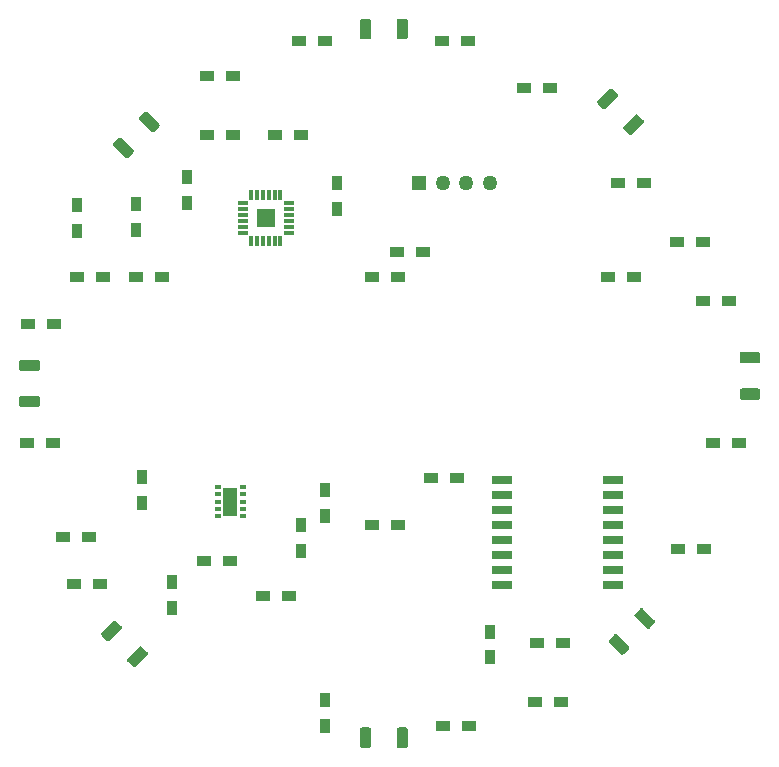
<source format=gbr>
G04 #@! TF.GenerationSoftware,KiCad,Pcbnew,(5.0.2)-1*
G04 #@! TF.CreationDate,2019-02-17T02:34:44-05:00*
G04 #@! TF.ProjectId,bikesenseCap,62696b65-7365-46e7-9365-4361702e6b69,REV B*
G04 #@! TF.SameCoordinates,Original*
G04 #@! TF.FileFunction,Paste,Top*
G04 #@! TF.FilePolarity,Positive*
%FSLAX46Y46*%
G04 Gerber Fmt 4.6, Leading zero omitted, Abs format (unit mm)*
G04 Created by KiCad (PCBNEW (5.0.2)-1) date 2/17/2019 2:34:44 AM*
%MOMM*%
%LPD*%
G01*
G04 APERTURE LIST*
%ADD10R,1.200000X0.900000*%
%ADD11R,1.270000X1.270000*%
%ADD12C,1.270000*%
%ADD13R,0.900000X1.200000*%
%ADD14R,0.600000X0.400000*%
%ADD15R,1.300000X2.400000*%
%ADD16R,1.560000X1.560000*%
%ADD17R,0.300000X0.850000*%
%ADD18R,0.850000X0.300000*%
%ADD19R,1.700000X0.700000*%
%ADD20C,0.100000*%
%ADD21C,0.950000*%
G04 APERTURE END LIST*
D10*
G04 #@! TO.C,D3*
X131200000Y-91000000D03*
X129000000Y-91000000D03*
G04 #@! TD*
G04 #@! TO.C,D4*
X151200000Y-91000000D03*
X149000000Y-91000000D03*
G04 #@! TD*
G04 #@! TO.C,D5*
X171200000Y-91000000D03*
X169000000Y-91000000D03*
G04 #@! TD*
G04 #@! TO.C,D6*
X149000000Y-112000000D03*
X151200000Y-112000000D03*
G04 #@! TD*
D11*
G04 #@! TO.C,J1*
X153000260Y-83000000D03*
D12*
X155001780Y-83000000D03*
X156998220Y-83000000D03*
X158999740Y-83000000D03*
G04 #@! TD*
D10*
G04 #@! TO.C,R1*
X143000000Y-79000000D03*
X140800000Y-79000000D03*
G04 #@! TD*
G04 #@! TO.C,R2*
X135000000Y-79000000D03*
X137200000Y-79000000D03*
G04 #@! TD*
D13*
G04 #@! TO.C,R3*
X146000000Y-83000000D03*
X146000000Y-85200000D03*
G04 #@! TD*
G04 #@! TO.C,R4*
X133350000Y-84750000D03*
X133350000Y-82550000D03*
G04 #@! TD*
G04 #@! TO.C,R5*
X129000000Y-84800000D03*
X129000000Y-87000000D03*
G04 #@! TD*
G04 #@! TO.C,R6*
X145000000Y-109000000D03*
X145000000Y-111200000D03*
G04 #@! TD*
G04 #@! TO.C,R7*
X129540000Y-110150000D03*
X129540000Y-107950000D03*
G04 #@! TD*
G04 #@! TO.C,R8*
X143000000Y-112000000D03*
X143000000Y-114200000D03*
G04 #@! TD*
D10*
G04 #@! TO.C,R9*
X142000000Y-118000000D03*
X139800000Y-118000000D03*
G04 #@! TD*
G04 #@! TO.C,R10*
X134800000Y-115000000D03*
X137000000Y-115000000D03*
G04 #@! TD*
G04 #@! TO.C,R11*
X126200000Y-91000000D03*
X124000000Y-91000000D03*
G04 #@! TD*
G04 #@! TO.C,R12*
X153330000Y-88900000D03*
X151130000Y-88900000D03*
G04 #@! TD*
G04 #@! TO.C,R13*
X177000000Y-88000000D03*
X174800000Y-88000000D03*
G04 #@! TD*
G04 #@! TO.C,R14*
X154000000Y-108000000D03*
X156200000Y-108000000D03*
G04 #@! TD*
G04 #@! TO.C,R19*
X119800000Y-105000000D03*
X122000000Y-105000000D03*
G04 #@! TD*
G04 #@! TO.C,R20*
X122100000Y-95000000D03*
X119900000Y-95000000D03*
G04 #@! TD*
D13*
G04 #@! TO.C,R21*
X124000000Y-84900000D03*
X124000000Y-87100000D03*
G04 #@! TD*
D10*
G04 #@! TO.C,R22*
X126000000Y-117000000D03*
X123800000Y-117000000D03*
G04 #@! TD*
D13*
G04 #@! TO.C,R23*
X159000000Y-123200000D03*
X159000000Y-121000000D03*
G04 #@! TD*
D10*
G04 #@! TO.C,R24*
X137200000Y-74000000D03*
X135000000Y-74000000D03*
G04 #@! TD*
G04 #@! TO.C,R25*
X122800000Y-113000000D03*
X125000000Y-113000000D03*
G04 #@! TD*
G04 #@! TO.C,R26*
X165200000Y-122000000D03*
X163000000Y-122000000D03*
G04 #@! TD*
G04 #@! TO.C,R27*
X157100000Y-71000000D03*
X154900000Y-71000000D03*
G04 #@! TD*
D13*
G04 #@! TO.C,R28*
X145000000Y-126800000D03*
X145000000Y-129000000D03*
G04 #@! TD*
D10*
G04 #@! TO.C,R29*
X145000000Y-71000000D03*
X142800000Y-71000000D03*
G04 #@! TD*
G04 #@! TO.C,R30*
X157200000Y-129000000D03*
X155000000Y-129000000D03*
G04 #@! TD*
G04 #@! TO.C,R31*
X164100000Y-75000000D03*
X161900000Y-75000000D03*
G04 #@! TD*
G04 #@! TO.C,R32*
X165000000Y-127000000D03*
X162800000Y-127000000D03*
G04 #@! TD*
G04 #@! TO.C,R33*
X169800000Y-83000000D03*
X172000000Y-83000000D03*
G04 #@! TD*
G04 #@! TO.C,R34*
X177100000Y-114000000D03*
X174900000Y-114000000D03*
G04 #@! TD*
G04 #@! TO.C,R35*
X179200000Y-93000000D03*
X177000000Y-93000000D03*
G04 #@! TD*
G04 #@! TO.C,R36*
X177900000Y-105000000D03*
X180100000Y-105000000D03*
G04 #@! TD*
D13*
G04 #@! TO.C,TH1*
X132080000Y-116840000D03*
X132080000Y-119040000D03*
G04 #@! TD*
D14*
G04 #@! TO.C,U1*
X135950000Y-110000000D03*
X138050000Y-110000000D03*
X138050000Y-109400000D03*
X138050000Y-108800000D03*
X138050000Y-110600000D03*
X138050000Y-111200000D03*
X135950000Y-110600000D03*
X135950000Y-111200000D03*
X135950000Y-109400000D03*
X135950000Y-108800000D03*
D15*
X137000000Y-110000000D03*
G04 #@! TD*
D16*
G04 #@! TO.C,U2*
X140000000Y-86000000D03*
D17*
X138750000Y-84050000D03*
X139250000Y-84050000D03*
X139750000Y-84050000D03*
X140250000Y-84050000D03*
X140750000Y-84050000D03*
X141250000Y-84050000D03*
D18*
X141950000Y-84750000D03*
X141950000Y-85250000D03*
X141950000Y-85750000D03*
X141950000Y-86250000D03*
X141950000Y-86750000D03*
X141950000Y-87250000D03*
D17*
X141250000Y-87950000D03*
X140750000Y-87950000D03*
X140250000Y-87950000D03*
X139750000Y-87950000D03*
X139250000Y-87950000D03*
X138750000Y-87950000D03*
D18*
X138050000Y-87250000D03*
X138050000Y-86750000D03*
X138050000Y-86250000D03*
X138050000Y-85750000D03*
X138050000Y-85250000D03*
X138050000Y-84750000D03*
G04 #@! TD*
D19*
G04 #@! TO.C,U3*
X160000000Y-113270000D03*
X160000000Y-114540000D03*
X160000000Y-115810000D03*
X160000000Y-117080000D03*
X160000000Y-112000000D03*
X160000000Y-110730000D03*
X160000000Y-109460000D03*
X160000000Y-108190000D03*
X169380000Y-113270000D03*
X169380000Y-112000000D03*
X169380000Y-114540000D03*
X169380000Y-115810000D03*
X169380000Y-117080000D03*
X169380000Y-110730000D03*
X169380000Y-109460000D03*
X169380000Y-108190000D03*
G04 #@! TD*
D20*
G04 #@! TO.C,D11*
G36*
X120703623Y-101075915D02*
X120722067Y-101078651D01*
X120740154Y-101083181D01*
X120757710Y-101089463D01*
X120774565Y-101097435D01*
X120790558Y-101107021D01*
X120805535Y-101118128D01*
X120819350Y-101130650D01*
X120831872Y-101144465D01*
X120842979Y-101159442D01*
X120852565Y-101175435D01*
X120860537Y-101192290D01*
X120866819Y-101209846D01*
X120871349Y-101227933D01*
X120874085Y-101246377D01*
X120875000Y-101265000D01*
X120875000Y-101835000D01*
X120874085Y-101853623D01*
X120871349Y-101872067D01*
X120866819Y-101890154D01*
X120860537Y-101907710D01*
X120852565Y-101924565D01*
X120842979Y-101940558D01*
X120831872Y-101955535D01*
X120819350Y-101969350D01*
X120805535Y-101981872D01*
X120790558Y-101992979D01*
X120774565Y-102002565D01*
X120757710Y-102010537D01*
X120740154Y-102016819D01*
X120722067Y-102021349D01*
X120703623Y-102024085D01*
X120685000Y-102025000D01*
X119315000Y-102025000D01*
X119296377Y-102024085D01*
X119277933Y-102021349D01*
X119259846Y-102016819D01*
X119242290Y-102010537D01*
X119225435Y-102002565D01*
X119209442Y-101992979D01*
X119194465Y-101981872D01*
X119180650Y-101969350D01*
X119168128Y-101955535D01*
X119157021Y-101940558D01*
X119147435Y-101924565D01*
X119139463Y-101907710D01*
X119133181Y-101890154D01*
X119128651Y-101872067D01*
X119125915Y-101853623D01*
X119125000Y-101835000D01*
X119125000Y-101265000D01*
X119125915Y-101246377D01*
X119128651Y-101227933D01*
X119133181Y-101209846D01*
X119139463Y-101192290D01*
X119147435Y-101175435D01*
X119157021Y-101159442D01*
X119168128Y-101144465D01*
X119180650Y-101130650D01*
X119194465Y-101118128D01*
X119209442Y-101107021D01*
X119225435Y-101097435D01*
X119242290Y-101089463D01*
X119259846Y-101083181D01*
X119277933Y-101078651D01*
X119296377Y-101075915D01*
X119315000Y-101075000D01*
X120685000Y-101075000D01*
X120703623Y-101075915D01*
X120703623Y-101075915D01*
G37*
D21*
X120000000Y-101550000D03*
D20*
G36*
X120703623Y-97975915D02*
X120722067Y-97978651D01*
X120740154Y-97983181D01*
X120757710Y-97989463D01*
X120774565Y-97997435D01*
X120790558Y-98007021D01*
X120805535Y-98018128D01*
X120819350Y-98030650D01*
X120831872Y-98044465D01*
X120842979Y-98059442D01*
X120852565Y-98075435D01*
X120860537Y-98092290D01*
X120866819Y-98109846D01*
X120871349Y-98127933D01*
X120874085Y-98146377D01*
X120875000Y-98165000D01*
X120875000Y-98735000D01*
X120874085Y-98753623D01*
X120871349Y-98772067D01*
X120866819Y-98790154D01*
X120860537Y-98807710D01*
X120852565Y-98824565D01*
X120842979Y-98840558D01*
X120831872Y-98855535D01*
X120819350Y-98869350D01*
X120805535Y-98881872D01*
X120790558Y-98892979D01*
X120774565Y-98902565D01*
X120757710Y-98910537D01*
X120740154Y-98916819D01*
X120722067Y-98921349D01*
X120703623Y-98924085D01*
X120685000Y-98925000D01*
X119315000Y-98925000D01*
X119296377Y-98924085D01*
X119277933Y-98921349D01*
X119259846Y-98916819D01*
X119242290Y-98910537D01*
X119225435Y-98902565D01*
X119209442Y-98892979D01*
X119194465Y-98881872D01*
X119180650Y-98869350D01*
X119168128Y-98855535D01*
X119157021Y-98840558D01*
X119147435Y-98824565D01*
X119139463Y-98807710D01*
X119133181Y-98790154D01*
X119128651Y-98772067D01*
X119125915Y-98753623D01*
X119125000Y-98735000D01*
X119125000Y-98165000D01*
X119125915Y-98146377D01*
X119128651Y-98127933D01*
X119133181Y-98109846D01*
X119139463Y-98092290D01*
X119147435Y-98075435D01*
X119157021Y-98059442D01*
X119168128Y-98044465D01*
X119180650Y-98030650D01*
X119194465Y-98018128D01*
X119209442Y-98007021D01*
X119225435Y-97997435D01*
X119242290Y-97989463D01*
X119259846Y-97983181D01*
X119277933Y-97978651D01*
X119296377Y-97975915D01*
X119315000Y-97975000D01*
X120685000Y-97975000D01*
X120703623Y-97975915D01*
X120703623Y-97975915D01*
G37*
D21*
X120000000Y-98450000D03*
G04 #@! TD*
D20*
G04 #@! TO.C,D12*
G36*
X127684764Y-79175637D02*
X127703208Y-79178373D01*
X127721295Y-79182903D01*
X127738851Y-79189185D01*
X127755706Y-79197157D01*
X127771699Y-79206743D01*
X127786676Y-79217850D01*
X127800491Y-79230372D01*
X128769228Y-80199109D01*
X128781750Y-80212924D01*
X128792857Y-80227901D01*
X128802443Y-80243894D01*
X128810415Y-80260749D01*
X128816697Y-80278305D01*
X128821227Y-80296392D01*
X128823963Y-80314836D01*
X128824878Y-80333459D01*
X128823963Y-80352082D01*
X128821227Y-80370526D01*
X128816697Y-80388613D01*
X128810415Y-80406169D01*
X128802443Y-80423024D01*
X128792857Y-80439017D01*
X128781750Y-80453994D01*
X128769228Y-80467809D01*
X128366177Y-80870860D01*
X128352362Y-80883382D01*
X128337385Y-80894489D01*
X128321392Y-80904075D01*
X128304537Y-80912047D01*
X128286981Y-80918329D01*
X128268894Y-80922859D01*
X128250450Y-80925595D01*
X128231827Y-80926510D01*
X128213204Y-80925595D01*
X128194760Y-80922859D01*
X128176673Y-80918329D01*
X128159117Y-80912047D01*
X128142262Y-80904075D01*
X128126269Y-80894489D01*
X128111292Y-80883382D01*
X128097477Y-80870860D01*
X127128740Y-79902123D01*
X127116218Y-79888308D01*
X127105111Y-79873331D01*
X127095525Y-79857338D01*
X127087553Y-79840483D01*
X127081271Y-79822927D01*
X127076741Y-79804840D01*
X127074005Y-79786396D01*
X127073090Y-79767773D01*
X127074005Y-79749150D01*
X127076741Y-79730706D01*
X127081271Y-79712619D01*
X127087553Y-79695063D01*
X127095525Y-79678208D01*
X127105111Y-79662215D01*
X127116218Y-79647238D01*
X127128740Y-79633423D01*
X127531791Y-79230372D01*
X127545606Y-79217850D01*
X127560583Y-79206743D01*
X127576576Y-79197157D01*
X127593431Y-79189185D01*
X127610987Y-79182903D01*
X127629074Y-79178373D01*
X127647518Y-79175637D01*
X127666141Y-79174722D01*
X127684764Y-79175637D01*
X127684764Y-79175637D01*
G37*
D21*
X127948984Y-80050616D03*
D20*
G36*
X129876796Y-76983605D02*
X129895240Y-76986341D01*
X129913327Y-76990871D01*
X129930883Y-76997153D01*
X129947738Y-77005125D01*
X129963731Y-77014711D01*
X129978708Y-77025818D01*
X129992523Y-77038340D01*
X130961260Y-78007077D01*
X130973782Y-78020892D01*
X130984889Y-78035869D01*
X130994475Y-78051862D01*
X131002447Y-78068717D01*
X131008729Y-78086273D01*
X131013259Y-78104360D01*
X131015995Y-78122804D01*
X131016910Y-78141427D01*
X131015995Y-78160050D01*
X131013259Y-78178494D01*
X131008729Y-78196581D01*
X131002447Y-78214137D01*
X130994475Y-78230992D01*
X130984889Y-78246985D01*
X130973782Y-78261962D01*
X130961260Y-78275777D01*
X130558209Y-78678828D01*
X130544394Y-78691350D01*
X130529417Y-78702457D01*
X130513424Y-78712043D01*
X130496569Y-78720015D01*
X130479013Y-78726297D01*
X130460926Y-78730827D01*
X130442482Y-78733563D01*
X130423859Y-78734478D01*
X130405236Y-78733563D01*
X130386792Y-78730827D01*
X130368705Y-78726297D01*
X130351149Y-78720015D01*
X130334294Y-78712043D01*
X130318301Y-78702457D01*
X130303324Y-78691350D01*
X130289509Y-78678828D01*
X129320772Y-77710091D01*
X129308250Y-77696276D01*
X129297143Y-77681299D01*
X129287557Y-77665306D01*
X129279585Y-77648451D01*
X129273303Y-77630895D01*
X129268773Y-77612808D01*
X129266037Y-77594364D01*
X129265122Y-77575741D01*
X129266037Y-77557118D01*
X129268773Y-77538674D01*
X129273303Y-77520587D01*
X129279585Y-77503031D01*
X129287557Y-77486176D01*
X129297143Y-77470183D01*
X129308250Y-77455206D01*
X129320772Y-77441391D01*
X129723823Y-77038340D01*
X129737638Y-77025818D01*
X129752615Y-77014711D01*
X129768608Y-77005125D01*
X129785463Y-76997153D01*
X129803019Y-76990871D01*
X129821106Y-76986341D01*
X129839550Y-76983605D01*
X129858173Y-76982690D01*
X129876796Y-76983605D01*
X129876796Y-76983605D01*
G37*
D21*
X130141016Y-77858584D03*
G04 #@! TD*
D20*
G04 #@! TO.C,D13*
G36*
X127250450Y-120074005D02*
X127268894Y-120076741D01*
X127286981Y-120081271D01*
X127304537Y-120087553D01*
X127321392Y-120095525D01*
X127337385Y-120105111D01*
X127352362Y-120116218D01*
X127366177Y-120128740D01*
X127769228Y-120531791D01*
X127781750Y-120545606D01*
X127792857Y-120560583D01*
X127802443Y-120576576D01*
X127810415Y-120593431D01*
X127816697Y-120610987D01*
X127821227Y-120629074D01*
X127823963Y-120647518D01*
X127824878Y-120666141D01*
X127823963Y-120684764D01*
X127821227Y-120703208D01*
X127816697Y-120721295D01*
X127810415Y-120738851D01*
X127802443Y-120755706D01*
X127792857Y-120771699D01*
X127781750Y-120786676D01*
X127769228Y-120800491D01*
X126800491Y-121769228D01*
X126786676Y-121781750D01*
X126771699Y-121792857D01*
X126755706Y-121802443D01*
X126738851Y-121810415D01*
X126721295Y-121816697D01*
X126703208Y-121821227D01*
X126684764Y-121823963D01*
X126666141Y-121824878D01*
X126647518Y-121823963D01*
X126629074Y-121821227D01*
X126610987Y-121816697D01*
X126593431Y-121810415D01*
X126576576Y-121802443D01*
X126560583Y-121792857D01*
X126545606Y-121781750D01*
X126531791Y-121769228D01*
X126128740Y-121366177D01*
X126116218Y-121352362D01*
X126105111Y-121337385D01*
X126095525Y-121321392D01*
X126087553Y-121304537D01*
X126081271Y-121286981D01*
X126076741Y-121268894D01*
X126074005Y-121250450D01*
X126073090Y-121231827D01*
X126074005Y-121213204D01*
X126076741Y-121194760D01*
X126081271Y-121176673D01*
X126087553Y-121159117D01*
X126095525Y-121142262D01*
X126105111Y-121126269D01*
X126116218Y-121111292D01*
X126128740Y-121097477D01*
X127097477Y-120128740D01*
X127111292Y-120116218D01*
X127126269Y-120105111D01*
X127142262Y-120095525D01*
X127159117Y-120087553D01*
X127176673Y-120081271D01*
X127194760Y-120076741D01*
X127213204Y-120074005D01*
X127231827Y-120073090D01*
X127250450Y-120074005D01*
X127250450Y-120074005D01*
G37*
D21*
X126948984Y-120948984D03*
D20*
G36*
X129442482Y-122266037D02*
X129460926Y-122268773D01*
X129479013Y-122273303D01*
X129496569Y-122279585D01*
X129513424Y-122287557D01*
X129529417Y-122297143D01*
X129544394Y-122308250D01*
X129558209Y-122320772D01*
X129961260Y-122723823D01*
X129973782Y-122737638D01*
X129984889Y-122752615D01*
X129994475Y-122768608D01*
X130002447Y-122785463D01*
X130008729Y-122803019D01*
X130013259Y-122821106D01*
X130015995Y-122839550D01*
X130016910Y-122858173D01*
X130015995Y-122876796D01*
X130013259Y-122895240D01*
X130008729Y-122913327D01*
X130002447Y-122930883D01*
X129994475Y-122947738D01*
X129984889Y-122963731D01*
X129973782Y-122978708D01*
X129961260Y-122992523D01*
X128992523Y-123961260D01*
X128978708Y-123973782D01*
X128963731Y-123984889D01*
X128947738Y-123994475D01*
X128930883Y-124002447D01*
X128913327Y-124008729D01*
X128895240Y-124013259D01*
X128876796Y-124015995D01*
X128858173Y-124016910D01*
X128839550Y-124015995D01*
X128821106Y-124013259D01*
X128803019Y-124008729D01*
X128785463Y-124002447D01*
X128768608Y-123994475D01*
X128752615Y-123984889D01*
X128737638Y-123973782D01*
X128723823Y-123961260D01*
X128320772Y-123558209D01*
X128308250Y-123544394D01*
X128297143Y-123529417D01*
X128287557Y-123513424D01*
X128279585Y-123496569D01*
X128273303Y-123479013D01*
X128268773Y-123460926D01*
X128266037Y-123442482D01*
X128265122Y-123423859D01*
X128266037Y-123405236D01*
X128268773Y-123386792D01*
X128273303Y-123368705D01*
X128279585Y-123351149D01*
X128287557Y-123334294D01*
X128297143Y-123318301D01*
X128308250Y-123303324D01*
X128320772Y-123289509D01*
X129289509Y-122320772D01*
X129303324Y-122308250D01*
X129318301Y-122297143D01*
X129334294Y-122287557D01*
X129351149Y-122279585D01*
X129368705Y-122273303D01*
X129386792Y-122268773D01*
X129405236Y-122266037D01*
X129423859Y-122265122D01*
X129442482Y-122266037D01*
X129442482Y-122266037D01*
G37*
D21*
X129141016Y-123141016D03*
G04 #@! TD*
D20*
G04 #@! TO.C,D14*
G36*
X151853623Y-69125915D02*
X151872067Y-69128651D01*
X151890154Y-69133181D01*
X151907710Y-69139463D01*
X151924565Y-69147435D01*
X151940558Y-69157021D01*
X151955535Y-69168128D01*
X151969350Y-69180650D01*
X151981872Y-69194465D01*
X151992979Y-69209442D01*
X152002565Y-69225435D01*
X152010537Y-69242290D01*
X152016819Y-69259846D01*
X152021349Y-69277933D01*
X152024085Y-69296377D01*
X152025000Y-69315000D01*
X152025000Y-70685000D01*
X152024085Y-70703623D01*
X152021349Y-70722067D01*
X152016819Y-70740154D01*
X152010537Y-70757710D01*
X152002565Y-70774565D01*
X151992979Y-70790558D01*
X151981872Y-70805535D01*
X151969350Y-70819350D01*
X151955535Y-70831872D01*
X151940558Y-70842979D01*
X151924565Y-70852565D01*
X151907710Y-70860537D01*
X151890154Y-70866819D01*
X151872067Y-70871349D01*
X151853623Y-70874085D01*
X151835000Y-70875000D01*
X151265000Y-70875000D01*
X151246377Y-70874085D01*
X151227933Y-70871349D01*
X151209846Y-70866819D01*
X151192290Y-70860537D01*
X151175435Y-70852565D01*
X151159442Y-70842979D01*
X151144465Y-70831872D01*
X151130650Y-70819350D01*
X151118128Y-70805535D01*
X151107021Y-70790558D01*
X151097435Y-70774565D01*
X151089463Y-70757710D01*
X151083181Y-70740154D01*
X151078651Y-70722067D01*
X151075915Y-70703623D01*
X151075000Y-70685000D01*
X151075000Y-69315000D01*
X151075915Y-69296377D01*
X151078651Y-69277933D01*
X151083181Y-69259846D01*
X151089463Y-69242290D01*
X151097435Y-69225435D01*
X151107021Y-69209442D01*
X151118128Y-69194465D01*
X151130650Y-69180650D01*
X151144465Y-69168128D01*
X151159442Y-69157021D01*
X151175435Y-69147435D01*
X151192290Y-69139463D01*
X151209846Y-69133181D01*
X151227933Y-69128651D01*
X151246377Y-69125915D01*
X151265000Y-69125000D01*
X151835000Y-69125000D01*
X151853623Y-69125915D01*
X151853623Y-69125915D01*
G37*
D21*
X151550000Y-70000000D03*
D20*
G36*
X148753623Y-69125915D02*
X148772067Y-69128651D01*
X148790154Y-69133181D01*
X148807710Y-69139463D01*
X148824565Y-69147435D01*
X148840558Y-69157021D01*
X148855535Y-69168128D01*
X148869350Y-69180650D01*
X148881872Y-69194465D01*
X148892979Y-69209442D01*
X148902565Y-69225435D01*
X148910537Y-69242290D01*
X148916819Y-69259846D01*
X148921349Y-69277933D01*
X148924085Y-69296377D01*
X148925000Y-69315000D01*
X148925000Y-70685000D01*
X148924085Y-70703623D01*
X148921349Y-70722067D01*
X148916819Y-70740154D01*
X148910537Y-70757710D01*
X148902565Y-70774565D01*
X148892979Y-70790558D01*
X148881872Y-70805535D01*
X148869350Y-70819350D01*
X148855535Y-70831872D01*
X148840558Y-70842979D01*
X148824565Y-70852565D01*
X148807710Y-70860537D01*
X148790154Y-70866819D01*
X148772067Y-70871349D01*
X148753623Y-70874085D01*
X148735000Y-70875000D01*
X148165000Y-70875000D01*
X148146377Y-70874085D01*
X148127933Y-70871349D01*
X148109846Y-70866819D01*
X148092290Y-70860537D01*
X148075435Y-70852565D01*
X148059442Y-70842979D01*
X148044465Y-70831872D01*
X148030650Y-70819350D01*
X148018128Y-70805535D01*
X148007021Y-70790558D01*
X147997435Y-70774565D01*
X147989463Y-70757710D01*
X147983181Y-70740154D01*
X147978651Y-70722067D01*
X147975915Y-70703623D01*
X147975000Y-70685000D01*
X147975000Y-69315000D01*
X147975915Y-69296377D01*
X147978651Y-69277933D01*
X147983181Y-69259846D01*
X147989463Y-69242290D01*
X147997435Y-69225435D01*
X148007021Y-69209442D01*
X148018128Y-69194465D01*
X148030650Y-69180650D01*
X148044465Y-69168128D01*
X148059442Y-69157021D01*
X148075435Y-69147435D01*
X148092290Y-69139463D01*
X148109846Y-69133181D01*
X148127933Y-69128651D01*
X148146377Y-69125915D01*
X148165000Y-69125000D01*
X148735000Y-69125000D01*
X148753623Y-69125915D01*
X148753623Y-69125915D01*
G37*
D21*
X148450000Y-70000000D03*
G04 #@! TD*
D20*
G04 #@! TO.C,D15*
G36*
X148753623Y-129125915D02*
X148772067Y-129128651D01*
X148790154Y-129133181D01*
X148807710Y-129139463D01*
X148824565Y-129147435D01*
X148840558Y-129157021D01*
X148855535Y-129168128D01*
X148869350Y-129180650D01*
X148881872Y-129194465D01*
X148892979Y-129209442D01*
X148902565Y-129225435D01*
X148910537Y-129242290D01*
X148916819Y-129259846D01*
X148921349Y-129277933D01*
X148924085Y-129296377D01*
X148925000Y-129315000D01*
X148925000Y-130685000D01*
X148924085Y-130703623D01*
X148921349Y-130722067D01*
X148916819Y-130740154D01*
X148910537Y-130757710D01*
X148902565Y-130774565D01*
X148892979Y-130790558D01*
X148881872Y-130805535D01*
X148869350Y-130819350D01*
X148855535Y-130831872D01*
X148840558Y-130842979D01*
X148824565Y-130852565D01*
X148807710Y-130860537D01*
X148790154Y-130866819D01*
X148772067Y-130871349D01*
X148753623Y-130874085D01*
X148735000Y-130875000D01*
X148165000Y-130875000D01*
X148146377Y-130874085D01*
X148127933Y-130871349D01*
X148109846Y-130866819D01*
X148092290Y-130860537D01*
X148075435Y-130852565D01*
X148059442Y-130842979D01*
X148044465Y-130831872D01*
X148030650Y-130819350D01*
X148018128Y-130805535D01*
X148007021Y-130790558D01*
X147997435Y-130774565D01*
X147989463Y-130757710D01*
X147983181Y-130740154D01*
X147978651Y-130722067D01*
X147975915Y-130703623D01*
X147975000Y-130685000D01*
X147975000Y-129315000D01*
X147975915Y-129296377D01*
X147978651Y-129277933D01*
X147983181Y-129259846D01*
X147989463Y-129242290D01*
X147997435Y-129225435D01*
X148007021Y-129209442D01*
X148018128Y-129194465D01*
X148030650Y-129180650D01*
X148044465Y-129168128D01*
X148059442Y-129157021D01*
X148075435Y-129147435D01*
X148092290Y-129139463D01*
X148109846Y-129133181D01*
X148127933Y-129128651D01*
X148146377Y-129125915D01*
X148165000Y-129125000D01*
X148735000Y-129125000D01*
X148753623Y-129125915D01*
X148753623Y-129125915D01*
G37*
D21*
X148450000Y-130000000D03*
D20*
G36*
X151853623Y-129125915D02*
X151872067Y-129128651D01*
X151890154Y-129133181D01*
X151907710Y-129139463D01*
X151924565Y-129147435D01*
X151940558Y-129157021D01*
X151955535Y-129168128D01*
X151969350Y-129180650D01*
X151981872Y-129194465D01*
X151992979Y-129209442D01*
X152002565Y-129225435D01*
X152010537Y-129242290D01*
X152016819Y-129259846D01*
X152021349Y-129277933D01*
X152024085Y-129296377D01*
X152025000Y-129315000D01*
X152025000Y-130685000D01*
X152024085Y-130703623D01*
X152021349Y-130722067D01*
X152016819Y-130740154D01*
X152010537Y-130757710D01*
X152002565Y-130774565D01*
X151992979Y-130790558D01*
X151981872Y-130805535D01*
X151969350Y-130819350D01*
X151955535Y-130831872D01*
X151940558Y-130842979D01*
X151924565Y-130852565D01*
X151907710Y-130860537D01*
X151890154Y-130866819D01*
X151872067Y-130871349D01*
X151853623Y-130874085D01*
X151835000Y-130875000D01*
X151265000Y-130875000D01*
X151246377Y-130874085D01*
X151227933Y-130871349D01*
X151209846Y-130866819D01*
X151192290Y-130860537D01*
X151175435Y-130852565D01*
X151159442Y-130842979D01*
X151144465Y-130831872D01*
X151130650Y-130819350D01*
X151118128Y-130805535D01*
X151107021Y-130790558D01*
X151097435Y-130774565D01*
X151089463Y-130757710D01*
X151083181Y-130740154D01*
X151078651Y-130722067D01*
X151075915Y-130703623D01*
X151075000Y-130685000D01*
X151075000Y-129315000D01*
X151075915Y-129296377D01*
X151078651Y-129277933D01*
X151083181Y-129259846D01*
X151089463Y-129242290D01*
X151097435Y-129225435D01*
X151107021Y-129209442D01*
X151118128Y-129194465D01*
X151130650Y-129180650D01*
X151144465Y-129168128D01*
X151159442Y-129157021D01*
X151175435Y-129147435D01*
X151192290Y-129139463D01*
X151209846Y-129133181D01*
X151227933Y-129128651D01*
X151246377Y-129125915D01*
X151265000Y-129125000D01*
X151835000Y-129125000D01*
X151853623Y-129125915D01*
X151853623Y-129125915D01*
G37*
D21*
X151550000Y-130000000D03*
G04 #@! TD*
D20*
G04 #@! TO.C,D16*
G36*
X169250450Y-75029005D02*
X169268894Y-75031741D01*
X169286981Y-75036271D01*
X169304537Y-75042553D01*
X169321392Y-75050525D01*
X169337385Y-75060111D01*
X169352362Y-75071218D01*
X169366177Y-75083740D01*
X169769228Y-75486791D01*
X169781750Y-75500606D01*
X169792857Y-75515583D01*
X169802443Y-75531576D01*
X169810415Y-75548431D01*
X169816697Y-75565987D01*
X169821227Y-75584074D01*
X169823963Y-75602518D01*
X169824878Y-75621141D01*
X169823963Y-75639764D01*
X169821227Y-75658208D01*
X169816697Y-75676295D01*
X169810415Y-75693851D01*
X169802443Y-75710706D01*
X169792857Y-75726699D01*
X169781750Y-75741676D01*
X169769228Y-75755491D01*
X168800491Y-76724228D01*
X168786676Y-76736750D01*
X168771699Y-76747857D01*
X168755706Y-76757443D01*
X168738851Y-76765415D01*
X168721295Y-76771697D01*
X168703208Y-76776227D01*
X168684764Y-76778963D01*
X168666141Y-76779878D01*
X168647518Y-76778963D01*
X168629074Y-76776227D01*
X168610987Y-76771697D01*
X168593431Y-76765415D01*
X168576576Y-76757443D01*
X168560583Y-76747857D01*
X168545606Y-76736750D01*
X168531791Y-76724228D01*
X168128740Y-76321177D01*
X168116218Y-76307362D01*
X168105111Y-76292385D01*
X168095525Y-76276392D01*
X168087553Y-76259537D01*
X168081271Y-76241981D01*
X168076741Y-76223894D01*
X168074005Y-76205450D01*
X168073090Y-76186827D01*
X168074005Y-76168204D01*
X168076741Y-76149760D01*
X168081271Y-76131673D01*
X168087553Y-76114117D01*
X168095525Y-76097262D01*
X168105111Y-76081269D01*
X168116218Y-76066292D01*
X168128740Y-76052477D01*
X169097477Y-75083740D01*
X169111292Y-75071218D01*
X169126269Y-75060111D01*
X169142262Y-75050525D01*
X169159117Y-75042553D01*
X169176673Y-75036271D01*
X169194760Y-75031741D01*
X169213204Y-75029005D01*
X169231827Y-75028090D01*
X169250450Y-75029005D01*
X169250450Y-75029005D01*
G37*
D21*
X168948984Y-75903984D03*
D20*
G36*
X171442482Y-77221037D02*
X171460926Y-77223773D01*
X171479013Y-77228303D01*
X171496569Y-77234585D01*
X171513424Y-77242557D01*
X171529417Y-77252143D01*
X171544394Y-77263250D01*
X171558209Y-77275772D01*
X171961260Y-77678823D01*
X171973782Y-77692638D01*
X171984889Y-77707615D01*
X171994475Y-77723608D01*
X172002447Y-77740463D01*
X172008729Y-77758019D01*
X172013259Y-77776106D01*
X172015995Y-77794550D01*
X172016910Y-77813173D01*
X172015995Y-77831796D01*
X172013259Y-77850240D01*
X172008729Y-77868327D01*
X172002447Y-77885883D01*
X171994475Y-77902738D01*
X171984889Y-77918731D01*
X171973782Y-77933708D01*
X171961260Y-77947523D01*
X170992523Y-78916260D01*
X170978708Y-78928782D01*
X170963731Y-78939889D01*
X170947738Y-78949475D01*
X170930883Y-78957447D01*
X170913327Y-78963729D01*
X170895240Y-78968259D01*
X170876796Y-78970995D01*
X170858173Y-78971910D01*
X170839550Y-78970995D01*
X170821106Y-78968259D01*
X170803019Y-78963729D01*
X170785463Y-78957447D01*
X170768608Y-78949475D01*
X170752615Y-78939889D01*
X170737638Y-78928782D01*
X170723823Y-78916260D01*
X170320772Y-78513209D01*
X170308250Y-78499394D01*
X170297143Y-78484417D01*
X170287557Y-78468424D01*
X170279585Y-78451569D01*
X170273303Y-78434013D01*
X170268773Y-78415926D01*
X170266037Y-78397482D01*
X170265122Y-78378859D01*
X170266037Y-78360236D01*
X170268773Y-78341792D01*
X170273303Y-78323705D01*
X170279585Y-78306149D01*
X170287557Y-78289294D01*
X170297143Y-78273301D01*
X170308250Y-78258324D01*
X170320772Y-78244509D01*
X171289509Y-77275772D01*
X171303324Y-77263250D01*
X171318301Y-77252143D01*
X171334294Y-77242557D01*
X171351149Y-77234585D01*
X171368705Y-77228303D01*
X171386792Y-77223773D01*
X171405236Y-77221037D01*
X171423859Y-77220122D01*
X171442482Y-77221037D01*
X171442482Y-77221037D01*
G37*
D21*
X171141016Y-78096016D03*
G04 #@! TD*
D20*
G04 #@! TO.C,D17*
G36*
X171831796Y-119029005D02*
X171850240Y-119031741D01*
X171868327Y-119036271D01*
X171885883Y-119042553D01*
X171902738Y-119050525D01*
X171918731Y-119060111D01*
X171933708Y-119071218D01*
X171947523Y-119083740D01*
X172916260Y-120052477D01*
X172928782Y-120066292D01*
X172939889Y-120081269D01*
X172949475Y-120097262D01*
X172957447Y-120114117D01*
X172963729Y-120131673D01*
X172968259Y-120149760D01*
X172970995Y-120168204D01*
X172971910Y-120186827D01*
X172970995Y-120205450D01*
X172968259Y-120223894D01*
X172963729Y-120241981D01*
X172957447Y-120259537D01*
X172949475Y-120276392D01*
X172939889Y-120292385D01*
X172928782Y-120307362D01*
X172916260Y-120321177D01*
X172513209Y-120724228D01*
X172499394Y-120736750D01*
X172484417Y-120747857D01*
X172468424Y-120757443D01*
X172451569Y-120765415D01*
X172434013Y-120771697D01*
X172415926Y-120776227D01*
X172397482Y-120778963D01*
X172378859Y-120779878D01*
X172360236Y-120778963D01*
X172341792Y-120776227D01*
X172323705Y-120771697D01*
X172306149Y-120765415D01*
X172289294Y-120757443D01*
X172273301Y-120747857D01*
X172258324Y-120736750D01*
X172244509Y-120724228D01*
X171275772Y-119755491D01*
X171263250Y-119741676D01*
X171252143Y-119726699D01*
X171242557Y-119710706D01*
X171234585Y-119693851D01*
X171228303Y-119676295D01*
X171223773Y-119658208D01*
X171221037Y-119639764D01*
X171220122Y-119621141D01*
X171221037Y-119602518D01*
X171223773Y-119584074D01*
X171228303Y-119565987D01*
X171234585Y-119548431D01*
X171242557Y-119531576D01*
X171252143Y-119515583D01*
X171263250Y-119500606D01*
X171275772Y-119486791D01*
X171678823Y-119083740D01*
X171692638Y-119071218D01*
X171707615Y-119060111D01*
X171723608Y-119050525D01*
X171740463Y-119042553D01*
X171758019Y-119036271D01*
X171776106Y-119031741D01*
X171794550Y-119029005D01*
X171813173Y-119028090D01*
X171831796Y-119029005D01*
X171831796Y-119029005D01*
G37*
D21*
X172096016Y-119903984D03*
D20*
G36*
X169639764Y-121221037D02*
X169658208Y-121223773D01*
X169676295Y-121228303D01*
X169693851Y-121234585D01*
X169710706Y-121242557D01*
X169726699Y-121252143D01*
X169741676Y-121263250D01*
X169755491Y-121275772D01*
X170724228Y-122244509D01*
X170736750Y-122258324D01*
X170747857Y-122273301D01*
X170757443Y-122289294D01*
X170765415Y-122306149D01*
X170771697Y-122323705D01*
X170776227Y-122341792D01*
X170778963Y-122360236D01*
X170779878Y-122378859D01*
X170778963Y-122397482D01*
X170776227Y-122415926D01*
X170771697Y-122434013D01*
X170765415Y-122451569D01*
X170757443Y-122468424D01*
X170747857Y-122484417D01*
X170736750Y-122499394D01*
X170724228Y-122513209D01*
X170321177Y-122916260D01*
X170307362Y-122928782D01*
X170292385Y-122939889D01*
X170276392Y-122949475D01*
X170259537Y-122957447D01*
X170241981Y-122963729D01*
X170223894Y-122968259D01*
X170205450Y-122970995D01*
X170186827Y-122971910D01*
X170168204Y-122970995D01*
X170149760Y-122968259D01*
X170131673Y-122963729D01*
X170114117Y-122957447D01*
X170097262Y-122949475D01*
X170081269Y-122939889D01*
X170066292Y-122928782D01*
X170052477Y-122916260D01*
X169083740Y-121947523D01*
X169071218Y-121933708D01*
X169060111Y-121918731D01*
X169050525Y-121902738D01*
X169042553Y-121885883D01*
X169036271Y-121868327D01*
X169031741Y-121850240D01*
X169029005Y-121831796D01*
X169028090Y-121813173D01*
X169029005Y-121794550D01*
X169031741Y-121776106D01*
X169036271Y-121758019D01*
X169042553Y-121740463D01*
X169050525Y-121723608D01*
X169060111Y-121707615D01*
X169071218Y-121692638D01*
X169083740Y-121678823D01*
X169486791Y-121275772D01*
X169500606Y-121263250D01*
X169515583Y-121252143D01*
X169531576Y-121242557D01*
X169548431Y-121234585D01*
X169565987Y-121228303D01*
X169584074Y-121223773D01*
X169602518Y-121221037D01*
X169621141Y-121220122D01*
X169639764Y-121221037D01*
X169639764Y-121221037D01*
G37*
D21*
X169903984Y-122096016D03*
G04 #@! TD*
D20*
G04 #@! TO.C,D18*
G36*
X181703623Y-100425915D02*
X181722067Y-100428651D01*
X181740154Y-100433181D01*
X181757710Y-100439463D01*
X181774565Y-100447435D01*
X181790558Y-100457021D01*
X181805535Y-100468128D01*
X181819350Y-100480650D01*
X181831872Y-100494465D01*
X181842979Y-100509442D01*
X181852565Y-100525435D01*
X181860537Y-100542290D01*
X181866819Y-100559846D01*
X181871349Y-100577933D01*
X181874085Y-100596377D01*
X181875000Y-100615000D01*
X181875000Y-101185000D01*
X181874085Y-101203623D01*
X181871349Y-101222067D01*
X181866819Y-101240154D01*
X181860537Y-101257710D01*
X181852565Y-101274565D01*
X181842979Y-101290558D01*
X181831872Y-101305535D01*
X181819350Y-101319350D01*
X181805535Y-101331872D01*
X181790558Y-101342979D01*
X181774565Y-101352565D01*
X181757710Y-101360537D01*
X181740154Y-101366819D01*
X181722067Y-101371349D01*
X181703623Y-101374085D01*
X181685000Y-101375000D01*
X180315000Y-101375000D01*
X180296377Y-101374085D01*
X180277933Y-101371349D01*
X180259846Y-101366819D01*
X180242290Y-101360537D01*
X180225435Y-101352565D01*
X180209442Y-101342979D01*
X180194465Y-101331872D01*
X180180650Y-101319350D01*
X180168128Y-101305535D01*
X180157021Y-101290558D01*
X180147435Y-101274565D01*
X180139463Y-101257710D01*
X180133181Y-101240154D01*
X180128651Y-101222067D01*
X180125915Y-101203623D01*
X180125000Y-101185000D01*
X180125000Y-100615000D01*
X180125915Y-100596377D01*
X180128651Y-100577933D01*
X180133181Y-100559846D01*
X180139463Y-100542290D01*
X180147435Y-100525435D01*
X180157021Y-100509442D01*
X180168128Y-100494465D01*
X180180650Y-100480650D01*
X180194465Y-100468128D01*
X180209442Y-100457021D01*
X180225435Y-100447435D01*
X180242290Y-100439463D01*
X180259846Y-100433181D01*
X180277933Y-100428651D01*
X180296377Y-100425915D01*
X180315000Y-100425000D01*
X181685000Y-100425000D01*
X181703623Y-100425915D01*
X181703623Y-100425915D01*
G37*
D21*
X181000000Y-100900000D03*
D20*
G36*
X181703623Y-97325915D02*
X181722067Y-97328651D01*
X181740154Y-97333181D01*
X181757710Y-97339463D01*
X181774565Y-97347435D01*
X181790558Y-97357021D01*
X181805535Y-97368128D01*
X181819350Y-97380650D01*
X181831872Y-97394465D01*
X181842979Y-97409442D01*
X181852565Y-97425435D01*
X181860537Y-97442290D01*
X181866819Y-97459846D01*
X181871349Y-97477933D01*
X181874085Y-97496377D01*
X181875000Y-97515000D01*
X181875000Y-98085000D01*
X181874085Y-98103623D01*
X181871349Y-98122067D01*
X181866819Y-98140154D01*
X181860537Y-98157710D01*
X181852565Y-98174565D01*
X181842979Y-98190558D01*
X181831872Y-98205535D01*
X181819350Y-98219350D01*
X181805535Y-98231872D01*
X181790558Y-98242979D01*
X181774565Y-98252565D01*
X181757710Y-98260537D01*
X181740154Y-98266819D01*
X181722067Y-98271349D01*
X181703623Y-98274085D01*
X181685000Y-98275000D01*
X180315000Y-98275000D01*
X180296377Y-98274085D01*
X180277933Y-98271349D01*
X180259846Y-98266819D01*
X180242290Y-98260537D01*
X180225435Y-98252565D01*
X180209442Y-98242979D01*
X180194465Y-98231872D01*
X180180650Y-98219350D01*
X180168128Y-98205535D01*
X180157021Y-98190558D01*
X180147435Y-98174565D01*
X180139463Y-98157710D01*
X180133181Y-98140154D01*
X180128651Y-98122067D01*
X180125915Y-98103623D01*
X180125000Y-98085000D01*
X180125000Y-97515000D01*
X180125915Y-97496377D01*
X180128651Y-97477933D01*
X180133181Y-97459846D01*
X180139463Y-97442290D01*
X180147435Y-97425435D01*
X180157021Y-97409442D01*
X180168128Y-97394465D01*
X180180650Y-97380650D01*
X180194465Y-97368128D01*
X180209442Y-97357021D01*
X180225435Y-97347435D01*
X180242290Y-97339463D01*
X180259846Y-97333181D01*
X180277933Y-97328651D01*
X180296377Y-97325915D01*
X180315000Y-97325000D01*
X181685000Y-97325000D01*
X181703623Y-97325915D01*
X181703623Y-97325915D01*
G37*
D21*
X181000000Y-97800000D03*
G04 #@! TD*
M02*

</source>
